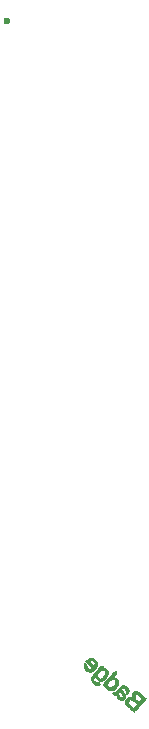
<source format=gbr>
G04 #@! TF.GenerationSoftware,KiCad,Pcbnew,(5.1.5-0)*
G04 #@! TF.CreationDate,2019-12-30T00:03:19-08:00*
G04 #@! TF.ProjectId,badge,62616467-652e-46b6-9963-61645f706362,rev?*
G04 #@! TF.SameCoordinates,Original*
G04 #@! TF.FileFunction,Copper,L2,Bot*
G04 #@! TF.FilePolarity,Positive*
%FSLAX46Y46*%
G04 Gerber Fmt 4.6, Leading zero omitted, Abs format (unit mm)*
G04 Created by KiCad (PCBNEW (5.1.5-0)) date 2019-12-30 00:03:19*
%MOMM*%
%LPD*%
G04 APERTURE LIST*
%ADD10C,0.010000*%
%ADD11C,0.600000*%
G04 APERTURE END LIST*
D10*
G36*
X12533895Y-18069666D02*
G01*
X12602995Y-18110950D01*
X12711901Y-18191537D01*
X12841955Y-18295739D01*
X12974495Y-18407872D01*
X13090862Y-18512248D01*
X13172397Y-18593182D01*
X13199535Y-18629234D01*
X13177574Y-18671141D01*
X13108267Y-18761971D01*
X13002698Y-18889375D01*
X12871955Y-19041004D01*
X12727123Y-19204511D01*
X12579288Y-19367546D01*
X12439535Y-19517762D01*
X12318951Y-19642810D01*
X12228621Y-19730342D01*
X12179632Y-19768010D01*
X12176659Y-19768600D01*
X12126344Y-19740728D01*
X12031850Y-19666946D01*
X11909576Y-19560495D01*
X11844285Y-19500229D01*
X11666185Y-19320110D01*
X11552135Y-19170297D01*
X11494302Y-19036368D01*
X11486916Y-18932860D01*
X11729794Y-18932860D01*
X11746622Y-19042906D01*
X11833452Y-19171716D01*
X11939817Y-19280436D01*
X12153301Y-19480126D01*
X12318551Y-19296813D01*
X12483802Y-19113500D01*
X12348484Y-18994579D01*
X12167791Y-18847814D01*
X12028041Y-18765248D01*
X11918703Y-18743860D01*
X11829246Y-18780624D01*
X11779250Y-18831173D01*
X11729794Y-18932860D01*
X11486916Y-18932860D01*
X11484849Y-18903898D01*
X11492131Y-18851909D01*
X11551055Y-18713969D01*
X11658044Y-18597613D01*
X11788254Y-18523513D01*
X11903294Y-18509816D01*
X11988762Y-18512369D01*
X11991062Y-18509193D01*
X12234333Y-18509193D01*
X12262253Y-18573790D01*
X12332302Y-18669570D01*
X12423908Y-18773845D01*
X12516501Y-18863924D01*
X12589512Y-18917116D01*
X12609477Y-18923000D01*
X12651471Y-18896492D01*
X12727831Y-18830675D01*
X12750600Y-18809246D01*
X12827446Y-18722791D01*
X12867629Y-18652537D01*
X12869333Y-18641852D01*
X12837212Y-18588544D01*
X12756301Y-18508960D01*
X12649775Y-18421423D01*
X12540813Y-18344259D01*
X12452589Y-18295790D01*
X12421769Y-18288000D01*
X12335279Y-18324132D01*
X12263295Y-18410072D01*
X12234333Y-18509193D01*
X11991062Y-18509193D01*
X12019467Y-18469982D01*
X12022666Y-18413377D01*
X12060579Y-18261480D01*
X12159863Y-18140603D01*
X12298830Y-18065326D01*
X12455796Y-18050228D01*
X12533895Y-18069666D01*
G37*
X12533895Y-18069666D02*
X12602995Y-18110950D01*
X12711901Y-18191537D01*
X12841955Y-18295739D01*
X12974495Y-18407872D01*
X13090862Y-18512248D01*
X13172397Y-18593182D01*
X13199535Y-18629234D01*
X13177574Y-18671141D01*
X13108267Y-18761971D01*
X13002698Y-18889375D01*
X12871955Y-19041004D01*
X12727123Y-19204511D01*
X12579288Y-19367546D01*
X12439535Y-19517762D01*
X12318951Y-19642810D01*
X12228621Y-19730342D01*
X12179632Y-19768010D01*
X12176659Y-19768600D01*
X12126344Y-19740728D01*
X12031850Y-19666946D01*
X11909576Y-19560495D01*
X11844285Y-19500229D01*
X11666185Y-19320110D01*
X11552135Y-19170297D01*
X11494302Y-19036368D01*
X11486916Y-18932860D01*
X11729794Y-18932860D01*
X11746622Y-19042906D01*
X11833452Y-19171716D01*
X11939817Y-19280436D01*
X12153301Y-19480126D01*
X12318551Y-19296813D01*
X12483802Y-19113500D01*
X12348484Y-18994579D01*
X12167791Y-18847814D01*
X12028041Y-18765248D01*
X11918703Y-18743860D01*
X11829246Y-18780624D01*
X11779250Y-18831173D01*
X11729794Y-18932860D01*
X11486916Y-18932860D01*
X11484849Y-18903898D01*
X11492131Y-18851909D01*
X11551055Y-18713969D01*
X11658044Y-18597613D01*
X11788254Y-18523513D01*
X11903294Y-18509816D01*
X11988762Y-18512369D01*
X11991062Y-18509193D01*
X12234333Y-18509193D01*
X12262253Y-18573790D01*
X12332302Y-18669570D01*
X12423908Y-18773845D01*
X12516501Y-18863924D01*
X12589512Y-18917116D01*
X12609477Y-18923000D01*
X12651471Y-18896492D01*
X12727831Y-18830675D01*
X12750600Y-18809246D01*
X12827446Y-18722791D01*
X12867629Y-18652537D01*
X12869333Y-18641852D01*
X12837212Y-18588544D01*
X12756301Y-18508960D01*
X12649775Y-18421423D01*
X12540813Y-18344259D01*
X12452589Y-18295790D01*
X12421769Y-18288000D01*
X12335279Y-18324132D01*
X12263295Y-18410072D01*
X12234333Y-18509193D01*
X11991062Y-18509193D01*
X12019467Y-18469982D01*
X12022666Y-18413377D01*
X12060579Y-18261480D01*
X12159863Y-18140603D01*
X12298830Y-18065326D01*
X12455796Y-18050228D01*
X12533895Y-18069666D01*
G36*
X11341476Y-17551499D02*
G01*
X11420397Y-17584534D01*
X11586188Y-17701229D01*
X11701350Y-17845089D01*
X11758303Y-17999329D01*
X11749471Y-18147165D01*
X11709747Y-18225394D01*
X11641567Y-18274173D01*
X11577727Y-18255151D01*
X11536404Y-18184055D01*
X11535775Y-18076612D01*
X11536092Y-18075152D01*
X11539306Y-17986013D01*
X11492731Y-17908255D01*
X11429074Y-17849217D01*
X11331192Y-17779081D01*
X11259606Y-17765266D01*
X11215266Y-17781641D01*
X11156791Y-17822042D01*
X11142218Y-17869545D01*
X11176042Y-17940326D01*
X11262754Y-18050563D01*
X11303000Y-18097500D01*
X11410262Y-18237651D01*
X11462107Y-18353654D01*
X11472333Y-18440665D01*
X11436887Y-18601138D01*
X11343609Y-18717978D01*
X11212088Y-18781819D01*
X11061914Y-18783298D01*
X10912677Y-18713050D01*
X10908819Y-18710051D01*
X10817983Y-18608945D01*
X10748383Y-18482455D01*
X10746389Y-18477080D01*
X10696176Y-18376302D01*
X10640210Y-18348780D01*
X10623012Y-18352342D01*
X10542106Y-18343646D01*
X10453023Y-18293832D01*
X10427494Y-18268944D01*
X10879666Y-18268944D01*
X10908507Y-18394870D01*
X10981296Y-18494662D01*
X11077435Y-18549793D01*
X11176324Y-18541732D01*
X11180524Y-18539578D01*
X11245704Y-18476769D01*
X11260666Y-18430185D01*
X11235739Y-18359888D01*
X11172345Y-18255889D01*
X11129043Y-18197495D01*
X11043560Y-18099628D01*
X10985660Y-18063841D01*
X10938808Y-18079951D01*
X10938543Y-18080170D01*
X10897497Y-18154075D01*
X10879688Y-18265095D01*
X10879666Y-18268944D01*
X10427494Y-18268944D01*
X10387641Y-18230092D01*
X10385589Y-18179856D01*
X10411572Y-18142758D01*
X10483678Y-18095888D01*
X10531667Y-18096183D01*
X10594030Y-18077219D01*
X10699201Y-17993356D01*
X10841529Y-17849126D01*
X10846295Y-17843934D01*
X11004570Y-17682031D01*
X11130119Y-17583725D01*
X11237551Y-17542415D01*
X11341476Y-17551499D01*
G37*
X11341476Y-17551499D02*
X11420397Y-17584534D01*
X11586188Y-17701229D01*
X11701350Y-17845089D01*
X11758303Y-17999329D01*
X11749471Y-18147165D01*
X11709747Y-18225394D01*
X11641567Y-18274173D01*
X11577727Y-18255151D01*
X11536404Y-18184055D01*
X11535775Y-18076612D01*
X11536092Y-18075152D01*
X11539306Y-17986013D01*
X11492731Y-17908255D01*
X11429074Y-17849217D01*
X11331192Y-17779081D01*
X11259606Y-17765266D01*
X11215266Y-17781641D01*
X11156791Y-17822042D01*
X11142218Y-17869545D01*
X11176042Y-17940326D01*
X11262754Y-18050563D01*
X11303000Y-18097500D01*
X11410262Y-18237651D01*
X11462107Y-18353654D01*
X11472333Y-18440665D01*
X11436887Y-18601138D01*
X11343609Y-18717978D01*
X11212088Y-18781819D01*
X11061914Y-18783298D01*
X10912677Y-18713050D01*
X10908819Y-18710051D01*
X10817983Y-18608945D01*
X10748383Y-18482455D01*
X10746389Y-18477080D01*
X10696176Y-18376302D01*
X10640210Y-18348780D01*
X10623012Y-18352342D01*
X10542106Y-18343646D01*
X10453023Y-18293832D01*
X10427494Y-18268944D01*
X10879666Y-18268944D01*
X10908507Y-18394870D01*
X10981296Y-18494662D01*
X11077435Y-18549793D01*
X11176324Y-18541732D01*
X11180524Y-18539578D01*
X11245704Y-18476769D01*
X11260666Y-18430185D01*
X11235739Y-18359888D01*
X11172345Y-18255889D01*
X11129043Y-18197495D01*
X11043560Y-18099628D01*
X10985660Y-18063841D01*
X10938808Y-18079951D01*
X10938543Y-18080170D01*
X10897497Y-18154075D01*
X10879688Y-18265095D01*
X10879666Y-18268944D01*
X10427494Y-18268944D01*
X10387641Y-18230092D01*
X10385589Y-18179856D01*
X10411572Y-18142758D01*
X10483678Y-18095888D01*
X10531667Y-18096183D01*
X10594030Y-18077219D01*
X10699201Y-17993356D01*
X10841529Y-17849126D01*
X10846295Y-17843934D01*
X11004570Y-17682031D01*
X11130119Y-17583725D01*
X11237551Y-17542415D01*
X11341476Y-17551499D01*
G36*
X10643560Y-16332975D02*
G01*
X10667181Y-16357731D01*
X10684894Y-16378279D01*
X10722865Y-16427184D01*
X10727009Y-16472003D01*
X10689642Y-16533339D01*
X10603082Y-16631797D01*
X10581684Y-16655052D01*
X10403216Y-16848666D01*
X10518623Y-16848666D01*
X10646752Y-16886691D01*
X10763732Y-16984715D01*
X10848407Y-17118666D01*
X10879666Y-17259495D01*
X10839240Y-17477994D01*
X10724499Y-17686482D01*
X10598325Y-17822075D01*
X10434055Y-17920118D01*
X10250768Y-17956530D01*
X10073681Y-17930241D01*
X9938298Y-17850109D01*
X9854801Y-17753997D01*
X9802524Y-17660401D01*
X9802069Y-17658994D01*
X9767279Y-17595702D01*
X9739276Y-17587887D01*
X9688938Y-17576615D01*
X9638071Y-17533716D01*
X9958107Y-17533716D01*
X10019187Y-17638593D01*
X10033000Y-17653000D01*
X10157892Y-17726664D01*
X10298989Y-17719504D01*
X10447594Y-17632690D01*
X10572956Y-17494346D01*
X10639870Y-17349718D01*
X10647708Y-17214710D01*
X10595840Y-17105232D01*
X10483637Y-17037190D01*
X10471289Y-17033825D01*
X10320389Y-17037730D01*
X10172732Y-17121508D01*
X10044536Y-17268765D01*
X9966385Y-17416170D01*
X9958107Y-17533716D01*
X9638071Y-17533716D01*
X9636997Y-17532811D01*
X9614095Y-17500023D01*
X9611060Y-17461935D01*
X9634808Y-17407748D01*
X9692254Y-17326667D01*
X9790313Y-17207893D01*
X9935901Y-17040630D01*
X9995605Y-16972893D01*
X10194961Y-16746829D01*
X10345605Y-16576960D01*
X10455406Y-16456500D01*
X10532233Y-16378660D01*
X10583955Y-16336651D01*
X10618441Y-16323685D01*
X10643560Y-16332975D01*
G37*
X10643560Y-16332975D02*
X10667181Y-16357731D01*
X10684894Y-16378279D01*
X10722865Y-16427184D01*
X10727009Y-16472003D01*
X10689642Y-16533339D01*
X10603082Y-16631797D01*
X10581684Y-16655052D01*
X10403216Y-16848666D01*
X10518623Y-16848666D01*
X10646752Y-16886691D01*
X10763732Y-16984715D01*
X10848407Y-17118666D01*
X10879666Y-17259495D01*
X10839240Y-17477994D01*
X10724499Y-17686482D01*
X10598325Y-17822075D01*
X10434055Y-17920118D01*
X10250768Y-17956530D01*
X10073681Y-17930241D01*
X9938298Y-17850109D01*
X9854801Y-17753997D01*
X9802524Y-17660401D01*
X9802069Y-17658994D01*
X9767279Y-17595702D01*
X9739276Y-17587887D01*
X9688938Y-17576615D01*
X9638071Y-17533716D01*
X9958107Y-17533716D01*
X10019187Y-17638593D01*
X10033000Y-17653000D01*
X10157892Y-17726664D01*
X10298989Y-17719504D01*
X10447594Y-17632690D01*
X10572956Y-17494346D01*
X10639870Y-17349718D01*
X10647708Y-17214710D01*
X10595840Y-17105232D01*
X10483637Y-17037190D01*
X10471289Y-17033825D01*
X10320389Y-17037730D01*
X10172732Y-17121508D01*
X10044536Y-17268765D01*
X9966385Y-17416170D01*
X9958107Y-17533716D01*
X9638071Y-17533716D01*
X9636997Y-17532811D01*
X9614095Y-17500023D01*
X9611060Y-17461935D01*
X9634808Y-17407748D01*
X9692254Y-17326667D01*
X9790313Y-17207893D01*
X9935901Y-17040630D01*
X9995605Y-16972893D01*
X10194961Y-16746829D01*
X10345605Y-16576960D01*
X10455406Y-16456500D01*
X10532233Y-16378660D01*
X10583955Y-16336651D01*
X10618441Y-16323685D01*
X10643560Y-16332975D01*
G36*
X9534818Y-15914724D02*
G01*
X9549629Y-15917333D01*
X9565431Y-15951844D01*
X9567333Y-15980026D01*
X9603460Y-16036147D01*
X9673291Y-16069314D01*
X9809405Y-16142592D01*
X9919402Y-16272230D01*
X9982795Y-16430107D01*
X9990666Y-16504959D01*
X9956019Y-16695619D01*
X9862823Y-16873605D01*
X9727200Y-17023343D01*
X9565270Y-17129263D01*
X9393154Y-17175791D01*
X9301487Y-17170708D01*
X9173871Y-17118848D01*
X9053332Y-17025287D01*
X8964537Y-16913865D01*
X8932054Y-16813668D01*
X8915679Y-16789308D01*
X8866633Y-16842192D01*
X8847666Y-16869833D01*
X8780425Y-16991010D01*
X8774188Y-17081745D01*
X8831066Y-17172418D01*
X8871639Y-17215154D01*
X8971715Y-17291163D01*
X9072542Y-17304326D01*
X9099728Y-17299904D01*
X9219638Y-17303955D01*
X9290934Y-17355304D01*
X9337966Y-17417240D01*
X9321036Y-17454528D01*
X9277295Y-17480297D01*
X9107865Y-17527742D01*
X8935000Y-17490616D01*
X8765968Y-17375478D01*
X8627161Y-17216378D01*
X8569313Y-17058092D01*
X8589423Y-16890511D01*
X8607783Y-16842468D01*
X8663903Y-16745454D01*
X8722187Y-16665399D01*
X9101666Y-16665399D01*
X9126761Y-16763422D01*
X9187649Y-16867891D01*
X9262734Y-16948509D01*
X9322814Y-16975666D01*
X9383364Y-16957753D01*
X9478095Y-16914526D01*
X9480681Y-16913193D01*
X9592126Y-16826110D01*
X9693194Y-16699198D01*
X9761904Y-16564391D01*
X9779000Y-16479814D01*
X9741243Y-16373852D01*
X9646228Y-16288523D01*
X9521334Y-16246597D01*
X9497133Y-16245416D01*
X9384396Y-16281083D01*
X9266349Y-16371482D01*
X9166442Y-16491713D01*
X9108120Y-16616873D01*
X9101666Y-16665399D01*
X8722187Y-16665399D01*
X8758496Y-16615529D01*
X8879396Y-16466091D01*
X9014439Y-16310539D01*
X9151462Y-16162269D01*
X9278298Y-16034679D01*
X9382785Y-15941168D01*
X9452757Y-15895133D01*
X9469504Y-15893380D01*
X9534818Y-15914724D01*
G37*
X9534818Y-15914724D02*
X9549629Y-15917333D01*
X9565431Y-15951844D01*
X9567333Y-15980026D01*
X9603460Y-16036147D01*
X9673291Y-16069314D01*
X9809405Y-16142592D01*
X9919402Y-16272230D01*
X9982795Y-16430107D01*
X9990666Y-16504959D01*
X9956019Y-16695619D01*
X9862823Y-16873605D01*
X9727200Y-17023343D01*
X9565270Y-17129263D01*
X9393154Y-17175791D01*
X9301487Y-17170708D01*
X9173871Y-17118848D01*
X9053332Y-17025287D01*
X8964537Y-16913865D01*
X8932054Y-16813668D01*
X8915679Y-16789308D01*
X8866633Y-16842192D01*
X8847666Y-16869833D01*
X8780425Y-16991010D01*
X8774188Y-17081745D01*
X8831066Y-17172418D01*
X8871639Y-17215154D01*
X8971715Y-17291163D01*
X9072542Y-17304326D01*
X9099728Y-17299904D01*
X9219638Y-17303955D01*
X9290934Y-17355304D01*
X9337966Y-17417240D01*
X9321036Y-17454528D01*
X9277295Y-17480297D01*
X9107865Y-17527742D01*
X8935000Y-17490616D01*
X8765968Y-17375478D01*
X8627161Y-17216378D01*
X8569313Y-17058092D01*
X8589423Y-16890511D01*
X8607783Y-16842468D01*
X8663903Y-16745454D01*
X8722187Y-16665399D01*
X9101666Y-16665399D01*
X9126761Y-16763422D01*
X9187649Y-16867891D01*
X9262734Y-16948509D01*
X9322814Y-16975666D01*
X9383364Y-16957753D01*
X9478095Y-16914526D01*
X9480681Y-16913193D01*
X9592126Y-16826110D01*
X9693194Y-16699198D01*
X9761904Y-16564391D01*
X9779000Y-16479814D01*
X9741243Y-16373852D01*
X9646228Y-16288523D01*
X9521334Y-16246597D01*
X9497133Y-16245416D01*
X9384396Y-16281083D01*
X9266349Y-16371482D01*
X9166442Y-16491713D01*
X9108120Y-16616873D01*
X9101666Y-16665399D01*
X8722187Y-16665399D01*
X8758496Y-16615529D01*
X8879396Y-16466091D01*
X9014439Y-16310539D01*
X9151462Y-16162269D01*
X9278298Y-16034679D01*
X9382785Y-15941168D01*
X9452757Y-15895133D01*
X9469504Y-15893380D01*
X9534818Y-15914724D01*
G36*
X8642848Y-15214805D02*
G01*
X8806388Y-15275614D01*
X8951251Y-15383111D01*
X9009481Y-15453170D01*
X9083717Y-15626935D01*
X9087868Y-15807341D01*
X9033304Y-15982221D01*
X8931391Y-16139409D01*
X8793497Y-16266739D01*
X8630989Y-16352044D01*
X8455236Y-16383160D01*
X8277603Y-16347920D01*
X8207282Y-16311722D01*
X8102017Y-16221994D01*
X8027365Y-16126400D01*
X7985337Y-16017134D01*
X7963028Y-15883434D01*
X7961964Y-15755521D01*
X7983672Y-15663614D01*
X8002854Y-15641020D01*
X8071179Y-15638136D01*
X8130808Y-15699580D01*
X8166318Y-15805280D01*
X8170333Y-15859016D01*
X8203481Y-16009416D01*
X8289950Y-16115630D01*
X8410276Y-16166605D01*
X8544998Y-16151291D01*
X8616107Y-16112136D01*
X8654371Y-16077520D01*
X8657326Y-16040656D01*
X8616378Y-15985639D01*
X8522933Y-15896563D01*
X8477435Y-15855475D01*
X8351526Y-15743433D01*
X8238312Y-15644678D01*
X8167041Y-15584513D01*
X8115635Y-15542887D01*
X8442452Y-15542887D01*
X8486478Y-15599150D01*
X8585502Y-15691974D01*
X8594375Y-15699999D01*
X8713530Y-15804854D01*
X8786636Y-15857324D01*
X8828885Y-15863490D01*
X8855468Y-15829432D01*
X8864304Y-15808037D01*
X8887415Y-15686905D01*
X8845024Y-15580855D01*
X8786090Y-15513242D01*
X8678894Y-15429093D01*
X8584319Y-15417505D01*
X8486050Y-15468902D01*
X8445088Y-15505400D01*
X8442452Y-15542887D01*
X8115635Y-15542887D01*
X8076275Y-15511016D01*
X8229914Y-15376119D01*
X8345207Y-15288729D01*
X8455350Y-15226884D01*
X8490438Y-15214396D01*
X8642848Y-15214805D01*
G37*
X8642848Y-15214805D02*
X8806388Y-15275614D01*
X8951251Y-15383111D01*
X9009481Y-15453170D01*
X9083717Y-15626935D01*
X9087868Y-15807341D01*
X9033304Y-15982221D01*
X8931391Y-16139409D01*
X8793497Y-16266739D01*
X8630989Y-16352044D01*
X8455236Y-16383160D01*
X8277603Y-16347920D01*
X8207282Y-16311722D01*
X8102017Y-16221994D01*
X8027365Y-16126400D01*
X7985337Y-16017134D01*
X7963028Y-15883434D01*
X7961964Y-15755521D01*
X7983672Y-15663614D01*
X8002854Y-15641020D01*
X8071179Y-15638136D01*
X8130808Y-15699580D01*
X8166318Y-15805280D01*
X8170333Y-15859016D01*
X8203481Y-16009416D01*
X8289950Y-16115630D01*
X8410276Y-16166605D01*
X8544998Y-16151291D01*
X8616107Y-16112136D01*
X8654371Y-16077520D01*
X8657326Y-16040656D01*
X8616378Y-15985639D01*
X8522933Y-15896563D01*
X8477435Y-15855475D01*
X8351526Y-15743433D01*
X8238312Y-15644678D01*
X8167041Y-15584513D01*
X8115635Y-15542887D01*
X8442452Y-15542887D01*
X8486478Y-15599150D01*
X8585502Y-15691974D01*
X8594375Y-15699999D01*
X8713530Y-15804854D01*
X8786636Y-15857324D01*
X8828885Y-15863490D01*
X8855468Y-15829432D01*
X8864304Y-15808037D01*
X8887415Y-15686905D01*
X8845024Y-15580855D01*
X8786090Y-15513242D01*
X8678894Y-15429093D01*
X8584319Y-15417505D01*
X8486050Y-15468902D01*
X8445088Y-15505400D01*
X8442452Y-15542887D01*
X8115635Y-15542887D01*
X8076275Y-15511016D01*
X8229914Y-15376119D01*
X8345207Y-15288729D01*
X8455350Y-15226884D01*
X8490438Y-15214396D01*
X8642848Y-15214805D01*
D11*
X1473200Y38709600D03*
M02*

</source>
